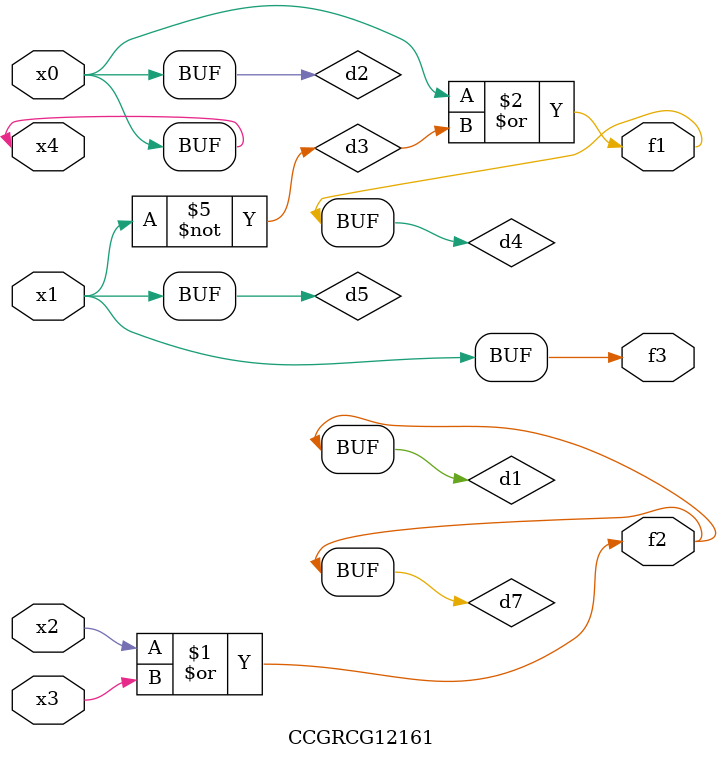
<source format=v>
module CCGRCG12161(
	input x0, x1, x2, x3, x4,
	output f1, f2, f3
);

	wire d1, d2, d3, d4, d5, d6, d7;

	or (d1, x2, x3);
	buf (d2, x0, x4);
	not (d3, x1);
	or (d4, d2, d3);
	not (d5, d3);
	nand (d6, d1, d3);
	or (d7, d1);
	assign f1 = d4;
	assign f2 = d7;
	assign f3 = d5;
endmodule

</source>
